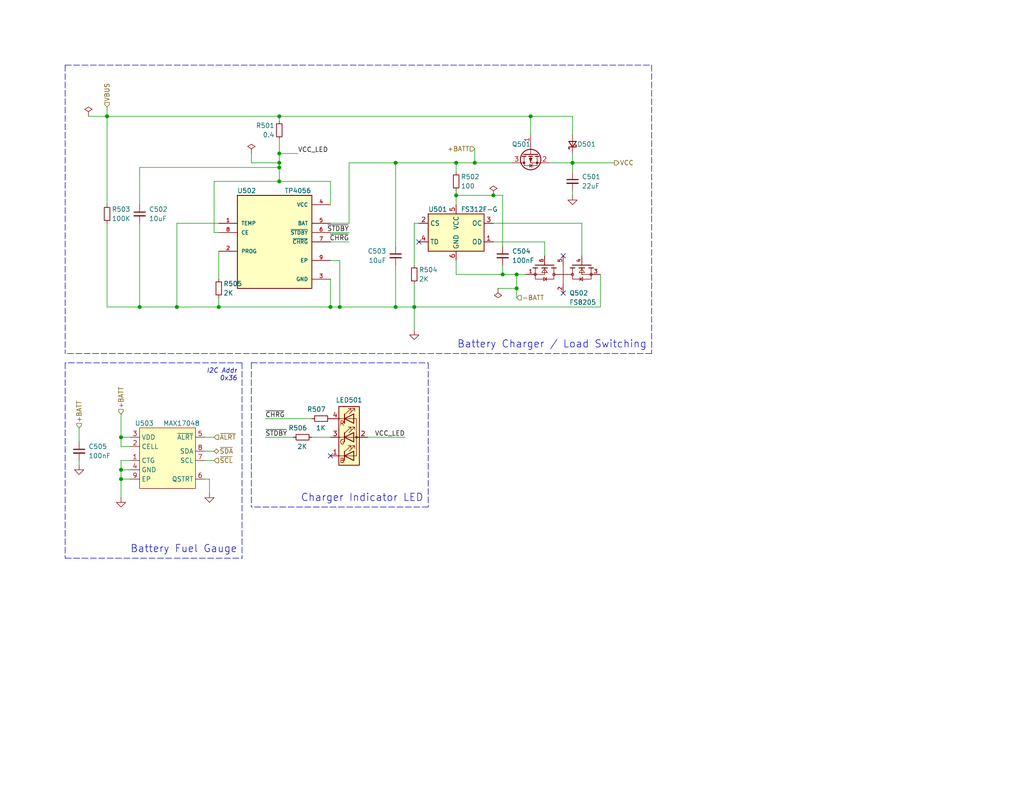
<source format=kicad_sch>
(kicad_sch (version 20230121) (generator eeschema)
  (paper "USLetter")
  (title_block (title "Battery Management") (date "2023-02-08") (rev "A") (company "Joshua Butler, MD, MHI"))
  (lib_symbols
    (symbol "Device:C_Small" (pin_numbers hide) (pin_names (offset 0.254) hide)
      (property "Reference" "C" (at 0.254 1.778 0))
      (property "Value" "C_Small" (at 0.254 -2.032 0))
      (symbol "C_Small_0_1"
        (polyline (pts (xy -1.524 -0.508) (xy 1.524 -0.508)) (stroke (width 0.3302)))
        (polyline (pts (xy -1.524 0.508) (xy 1.524 0.508)) (stroke (width 0.3048)))
      )
      (symbol "C_Small_1_1"
        (pin passive line (at 0 2.54 270) (length 2.032) (name "~") (number "1"))
        (pin passive line (at 0 -2.54 90) (length 2.032) (name "~") (number "2"))
      )
    )
    (symbol "Device:D_Schottky_Small" (pin_numbers hide) (pin_names (offset 0.254) hide)
      (property "Reference" "D" (at -1.27 2.032 0))
      (property "Value" "D_Schottky_Small" (at -7.112 -2.032 0))
      (symbol "D_Schottky_Small_0_1"
        (polyline (pts (xy -0.762 0) (xy 0.762 0)))
        (polyline (pts (xy 0.762 -1.016) (xy -0.762 0) (xy 0.762 1.016) (xy 0.762 -1.016)) (stroke (width 0.254)))
        (polyline (pts (xy -1.27 0.762) (xy -1.27 1.016) (xy -0.762 1.016) (xy -0.762 -1.016) (xy -0.254 -1.016) (xy -0.254 -0.762)) (stroke (width 0.254)))
      )
      (symbol "D_Schottky_Small_1_1"
        (pin passive line (at -2.54 0 0) (length 1.778) (name "K") (number "1"))
        (pin passive line (at 2.54 0 180) (length 1.778) (name "A") (number "2"))
      )
    )
    (symbol "Device:LED_BAGR" (pin_names (offset 0) hide)
      (property "Reference" "D" (at 0 9.398 0))
      (property "Value" "LED_BAGR" (at 0 -8.89 0))
      (symbol "LED_BAGR_0_0"
        (text "B" (at -1.905 -6.35 0) (effects (font (size 1.27 1.27))))
        (text "G" (at -1.905 -1.27 0) (effects (font (size 1.27 1.27))))
        (text "R" (at -1.905 3.81 0) (effects (font (size 1.27 1.27))))
      )
      (symbol "LED_BAGR_0_1"
        (polyline (pts (xy -1.27 -5.08) (xy -2.54 -5.08)))
        (polyline (pts (xy -1.27 -5.08) (xy 1.27 -5.08)))
        (polyline (pts (xy -1.27 -3.81) (xy -1.27 -6.35)) (stroke (width 0.254)))
        (polyline (pts (xy -1.27 0) (xy -2.54 0)))
        (polyline (pts (xy -1.27 1.27) (xy -1.27 -1.27)) (stroke (width 0.254)))
        (polyline (pts (xy -1.27 5.08) (xy -2.54 5.08)))
        (polyline (pts (xy -1.27 5.08) (xy 1.27 5.08)))
        (polyline (pts (xy -1.27 6.35) (xy -1.27 3.81)) (stroke (width 0.254)))
        (polyline (pts (xy 1.27 0) (xy -1.27 0)))
        (polyline (pts (xy 1.27 0) (xy 2.54 0)))
        (polyline (pts (xy -1.27 1.27) (xy -1.27 -1.27) (xy -1.27 -1.27)))
        (polyline (pts (xy -1.27 6.35) (xy -1.27 3.81) (xy -1.27 3.81)))
        (polyline (pts (xy 1.27 -5.08) (xy 2.032 -5.08) (xy 2.032 5.08) (xy 1.27 5.08)))
        (polyline (pts (xy 1.27 -3.81) (xy 1.27 -6.35) (xy -1.27 -5.08) (xy 1.27 -3.81)) (stroke (width 0.254)))
        (polyline (pts (xy 1.27 1.27) (xy 1.27 -1.27) (xy -1.27 0) (xy 1.27 1.27)) (stroke (width 0.254)))
        (polyline (pts (xy 1.27 6.35) (xy 1.27 3.81) (xy -1.27 5.08) (xy 1.27 6.35)) (stroke (width 0.254)))
        (polyline (pts (xy -1.016 -3.81) (xy 0.508 -2.286) (xy -0.254 -2.286) (xy 0.508 -2.286) (xy 0.508 -3.048)))
        (polyline (pts (xy -1.016 1.27) (xy 0.508 2.794) (xy -0.254 2.794) (xy 0.508 2.794) (xy 0.508 2.032)))
        (polyline (pts (xy -1.016 6.35) (xy 0.508 7.874) (xy -0.254 7.874) (xy 0.508 7.874) (xy 0.508 7.112)))
        (polyline (pts (xy 0 -3.81) (xy 1.524 -2.286) (xy 0.762 -2.286) (xy 1.524 -2.286) (xy 1.524 -3.048)))
        (polyline (pts (xy 0 1.27) (xy 1.524 2.794) (xy 0.762 2.794) (xy 1.524 2.794) (xy 1.524 2.032)))
        (polyline (pts (xy 0 6.35) (xy 1.524 7.874) (xy 0.762 7.874) (xy 1.524 7.874) (xy 1.524 7.112)))
        (rectangle (start 1.27 -1.27) (end 1.27 1.27))
        (rectangle (start 1.27 1.27) (end 1.27 1.27))
        (rectangle (start 1.27 3.81) (end 1.27 6.35))
        (rectangle (start 1.27 6.35) (end 1.27 6.35))
        (circle (center 2.032 0) (radius 0.254) (fill (type outline)))
        (rectangle (start 2.794 8.382) (end -2.794 -7.62) (stroke (width 0.254)) (fill (type background)))
      )
      (symbol "LED_BAGR_1_1"
        (pin passive line (at -5.08 -5.08 0) (length 2.54) (name "BK") (number "1"))
        (pin passive line (at 5.08 0 180) (length 2.54) (name "A") (number "2"))
        (pin passive line (at -5.08 0 0) (length 2.54) (name "GK") (number "3"))
        (pin passive line (at -5.08 5.08 0) (length 2.54) (name "RK") (number "4"))
      )
    )
    (symbol "Device:R_Small" (pin_numbers hide) (pin_names (offset 0.254) hide)
      (property "Reference" "R" (at 0.762 0.508 0))
      (property "Value" "R_Small" (at 0.762 -1.016 0))
      (symbol "R_Small_0_1"
        (rectangle (start -0.762 1.778) (end 0.762 -1.778) (stroke (width 0.2032)))
      )
      (symbol "R_Small_1_1"
        (pin passive line (at 0 2.54 270) (length 0.762) (name "~") (number "1"))
        (pin passive line (at 0 -2.54 90) (length 0.762) (name "~") (number "2"))
      )
    )
    (symbol "Transistor_FET:AO3401A" (pin_names hide)
      (property "Reference" "Q" (at 5.08 1.905 0))
      (property "Value" "AO3401A" (at 5.08 0 0))
      (symbol "AO3401A_0_1"
        (polyline (pts (xy 0.254 0) (xy -2.54 0)))
        (polyline (pts (xy 0.254 1.905) (xy 0.254 -1.905)) (stroke (width 0.254)))
        (polyline (pts (xy 0.762 -1.27) (xy 0.762 -2.286)) (stroke (width 0.254)))
        (polyline (pts (xy 0.762 0.508) (xy 0.762 -0.508)) (stroke (width 0.254)))
        (polyline (pts (xy 0.762 2.286) (xy 0.762 1.27)) (stroke (width 0.254)))
        (polyline (pts (xy 2.54 2.54) (xy 2.54 1.778)))
        (polyline (pts (xy 2.54 -2.54) (xy 2.54 0) (xy 0.762 0)))
        (polyline (pts (xy 0.762 1.778) (xy 3.302 1.778) (xy 3.302 -1.778) (xy 0.762 -1.778)))
        (polyline (pts (xy 2.286 0) (xy 1.27 0.381) (xy 1.27 -0.381) (xy 2.286 0)) (fill (type outline)))
        (polyline (pts (xy 2.794 -0.508) (xy 2.921 -0.381) (xy 3.683 -0.381) (xy 3.81 -0.254)))
        (polyline (pts (xy 3.302 -0.381) (xy 2.921 0.254) (xy 3.683 0.254) (xy 3.302 -0.381)))
        (circle (center 1.651 0) (radius 2.794) (stroke (width 0.254)))
        (circle (center 2.54 -1.778) (radius 0.254) (fill (type outline)))
        (circle (center 2.54 1.778) (radius 0.254) (fill (type outline)))
      )
      (symbol "AO3401A_1_1"
        (pin input line (at -5.08 0 0) (length 2.54) (name "G") (number "1"))
        (pin passive line (at 2.54 -5.08 90) (length 2.54) (name "S") (number "2"))
        (pin passive line (at 2.54 5.08 270) (length 2.54) (name "D") (number "3"))
      )
    )
    (symbol "User Symbols:FS312F-G"
      (property "Reference" "U" (at -7.62 6.35 0))
      (property "Value" "FS312F-G" (at 1.27 6.35 0))
      (symbol "FS312F-G_0_1"
        (rectangle (start -7.62 5.08) (end 7.62 -5.08) (stroke (width 0.254)) (fill (type background)))
      )
      (symbol "FS312F-G_1_1"
        (pin output line (at 10.16 -2.54 180) (length 2.54) (name "OD") (number "1"))
        (pin input line (at -10.16 2.54 0) (length 2.54) (name "CS") (number "2"))
        (pin output line (at 10.16 2.54 180) (length 2.54) (name "OC") (number "3"))
        (pin passive line (at -10.16 -2.54 0) (length 2.54) (name "TD") (number "4"))
        (pin power_in line (at 0 7.62 270) (length 2.54) (name "VCC") (number "5"))
        (pin power_in line (at 0 -7.62 90) (length 2.54) (name "GND") (number "6"))
      )
    )
    (symbol "User Symbols:FS8205" (pin_names (offset 1.016) hide)
      (property "Reference" "Q" (at 2.54 2.286 0))
      (property "Value" "FS8205" (at 2.54 -3.81 0))
      (symbol "FS8205_0_0"
        (circle (center 0 -7.62) (radius 0.3556))
        (circle (center 0 -2.54) (radius 0.3556))
        (polyline (pts (xy -2.54 -2.54) (xy -2.54 -7.62)) (stroke (width 0.254)))
        (polyline (pts (xy -2.54 0) (xy 0 0)) (stroke (width 0.1524)))
        (polyline (pts (xy -2.54 2.54) (xy -2.54 7.62)) (stroke (width 0.254)))
        (polyline (pts (xy -1.778 -7.62) (xy -1.778 -8.255)) (stroke (width 0.254)))
        (polyline (pts (xy -1.778 -6.985) (xy -1.778 -7.62)) (stroke (width 0.254)))
        (polyline (pts (xy -1.778 -5.08) (xy -1.778 -5.842)) (stroke (width 0.254)))
        (polyline (pts (xy -1.778 -5.08) (xy 0 -5.08)) (stroke (width 0.1524)))
        (polyline (pts (xy -1.778 -4.318) (xy -1.778 -5.08)) (stroke (width 0.254)))
        (polyline (pts (xy -1.778 -2.54) (xy -1.778 -3.175)) (stroke (width 0.254)))
        (polyline (pts (xy -1.778 -2.54) (xy 0 -2.54)) (stroke (width 0.1524)))
        (polyline (pts (xy -1.778 -1.905) (xy -1.778 -2.54)) (stroke (width 0.254)))
        (polyline (pts (xy -1.778 1.905) (xy -1.778 2.54)) (stroke (width 0.254)))
        (polyline (pts (xy -1.778 2.54) (xy -1.778 3.175)) (stroke (width 0.254)))
        (polyline (pts (xy -1.778 2.54) (xy 0 2.54)) (stroke (width 0.1524)))
        (polyline (pts (xy -1.778 4.318) (xy -1.778 5.08)) (stroke (width 0.254)))
        (polyline (pts (xy -1.778 5.08) (xy -1.778 5.842)) (stroke (width 0.254)))
        (polyline (pts (xy -1.778 5.08) (xy 0 5.08)) (stroke (width 0.1524)))
        (polyline (pts (xy -1.778 6.985) (xy -1.778 7.62)) (stroke (width 0.254)))
        (polyline (pts (xy -1.778 7.62) (xy -1.778 8.255)) (stroke (width 0.254)))
        (polyline (pts (xy 0 -7.62) (xy -1.778 -7.62)) (stroke (width 0.1524)))
        (polyline (pts (xy 0 -7.62) (xy 1.27 -7.62)) (stroke (width 0.1524)))
        (polyline (pts (xy 0 -5.08) (xy 0 -7.62)) (stroke (width 0.1524)))
        (polyline (pts (xy 0 -2.54) (xy 1.27 -2.54)) (stroke (width 0.1524)))
        (polyline (pts (xy 0 0) (xy 0 -2.54)) (stroke (width 0.1778)))
        (polyline (pts (xy 0 2.54) (xy 0 0)) (stroke (width 0.1778)))
        (polyline (pts (xy 0 2.54) (xy 1.27 2.54)) (stroke (width 0.1524)))
        (polyline (pts (xy 0 5.08) (xy 0 7.62)) (stroke (width 0.1524)))
        (polyline (pts (xy 0 7.62) (xy -1.778 7.62)) (stroke (width 0.1524)))
        (polyline (pts (xy 0 7.62) (xy 1.27 7.62)) (stroke (width 0.1524)))
        (polyline (pts (xy 1.27 -4.572) (xy 0.762 -4.572)) (stroke (width 0.1524)))
        (polyline (pts (xy 1.27 -4.572) (xy 1.27 -7.62)) (stroke (width 0.1524)))
        (polyline (pts (xy 1.27 -2.54) (xy 1.27 -4.572)) (stroke (width 0.1524)))
        (polyline (pts (xy 1.27 2.54) (xy 1.27 4.572)) (stroke (width 0.1524)))
        (polyline (pts (xy 1.27 4.572) (xy 0.762 4.572)) (stroke (width 0.1524)))
        (polyline (pts (xy 1.27 4.572) (xy 1.27 7.62)) (stroke (width 0.1524)))
        (polyline (pts (xy 1.778 -4.572) (xy 1.27 -4.572)) (stroke (width 0.1524)))
        (polyline (pts (xy 1.778 4.572) (xy 1.27 4.572)) (stroke (width 0.1524)))
        (polyline (pts (xy -1.524 -5.08) (xy -0.508 -4.318) (xy -0.508 -5.842) (xy -1.524 -5.08)) (stroke (width 0.1524)) (fill (type background)))
        (polyline (pts (xy -1.524 5.08) (xy -0.508 4.318) (xy -0.508 5.842) (xy -1.524 5.08)) (stroke (width 0.1524)) (fill (type background)))
        (polyline (pts (xy 1.27 -4.572) (xy 0.762 -5.334) (xy 1.778 -5.334) (xy 1.27 -4.572)) (stroke (width 0.1524)) (fill (type background)))
        (polyline (pts (xy 1.27 4.572) (xy 0.762 5.334) (xy 1.778 5.334) (xy 1.27 4.572)) (stroke (width 0.1524)) (fill (type background)))
        (circle (center 0 2.54) (radius 0.3556))
        (circle (center 0 7.62) (radius 0.3556))
        (pin passive line (at 0 -10.16 90) (length 2.54) (name "~") (number "1"))
        (pin passive line (at 5.08 0 180) (length 2.54) (name "~") (number "2"))
        (pin passive line (at 0 10.16 270) (length 2.54) (name "~") (number "3"))
        (pin passive line (at -5.08 5.08 0) (length 2.54) (name "~") (number "4"))
        (pin passive line (at -5.08 0 0) (length 2.54) (name "~") (number "5"))
        (pin passive line (at -5.08 -5.08 0) (length 2.54) (name "~") (number "6"))
      )
      (symbol "FS8205_0_1"
        (polyline (pts (xy 0 0) (xy 2.54 0)))
      )
    )
    (symbol "User Symbols:MAX17048"
      (property "Reference" "U" (at -6.35 8.89 0))
      (property "Value" "MAX17048" (at 3.81 8.89 0))
      (symbol "MAX17048_0_1"
        (rectangle (start -7.62 7.62) (end 7.62 -8.89) (fill (type background)))
      )
      (symbol "MAX17048_1_1"
        (pin power_in line (at -10.16 -1.27 0) (length 2.54) (name "CTG") (number "1"))
        (pin power_in line (at -10.16 2.54 0) (length 2.54) (name "CELL") (number "2"))
        (pin power_in line (at -10.16 5.08 0) (length 2.54) (name "VDD") (number "3"))
        (pin power_in line (at -10.16 -3.81 0) (length 2.54) (name "GND") (number "4"))
        (pin output line (at 10.16 5.08 180) (length 2.54) (name "~{ALRT}") (number "5"))
        (pin input line (at 10.16 -6.35 180) (length 2.54) (name "QSTRT") (number "6"))
        (pin input line (at 10.16 -1.27 180) (length 2.54) (name "SCL") (number "7"))
        (pin bidirectional line (at 10.16 1.27 180) (length 2.54) (name "SDA") (number "8"))
        (pin power_in line (at -10.16 -6.35 0) (length 2.54) (name "EP") (number "9"))
      )
    )
    (symbol "User Symbols:TP4056" (pin_names (offset 1.016))
      (property "Reference" "U" (at -10.16 13.208 0))
      (property "Value" "TP4056" (at -10.16 -15.24 0))
      (symbol "TP4056_0_0"
        (rectangle (start -10.16 -12.7) (end 10.16 12.7) (stroke (width 0.254)) (fill (type background)))
        (pin input line (at -15.24 5.08 0) (length 5.08) (name "TEMP") (number "1"))
        (pin bidirectional line (at -15.24 -2.54 0) (length 5.08) (name "PROG") (number "2"))
        (pin power_in line (at 15.24 -10.16 180) (length 5.08) (name "GND") (number "3"))
        (pin power_in line (at 15.24 10.16 180) (length 5.08) (name "VCC") (number "4"))
        (pin output line (at 15.24 5.08 180) (length 5.08) (name "BAT") (number "5"))
        (pin output line (at 15.24 2.54 180) (length 5.08) (name "~{STDBY}") (number "6"))
        (pin output line (at 15.24 0 180) (length 5.08) (name "~{CHRG}") (number "7"))
        (pin input line (at -15.24 2.54 0) (length 5.08) (name "CE") (number "8"))
        (pin passive line (at 15.24 -5.08 180) (length 5.08) (name "EP") (number "9"))
      )
    )
    (symbol "power:GND" (power) (pin_names (offset 0))
      (property "Value" "GND" (at 0 -3.81 0))
      (symbol "GND_0_1"
        (polyline (pts (xy 0 0) (xy 0 -1.27) (xy 1.27 -1.27) (xy 0 -2.54) (xy -1.27 -1.27) (xy 0 -1.27)))
      )
      (symbol "GND_1_1"
        (pin power_in line (at 0 0 270) (length 0) hide (name "GND") (number "1"))
      )
    )
    (symbol "power:PWR_FLAG" (power) (pin_numbers hide) (pin_names (offset 0) hide)
      (property "Value" "PWR_FLAG" (at 0 3.81 0))
      (symbol "PWR_FLAG_0_0"
        (pin power_out line (at 0 0 90) (length 0) (name "pwr") (number "1"))
      )
      (symbol "PWR_FLAG_0_1"
        (polyline (pts (xy 0 0) (xy 0 1.27) (xy -1.016 1.905) (xy 0 2.54) (xy 1.016 1.905) (xy 0 1.27)))
      )
    )
  )
  (junction (at 124.46 53.34))
  (junction (at 92.71 83.82))
  (junction (at 33.02 128.27))
  (junction (at 76.2 45.72))
  (junction (at 144.78 31.75))
  (junction (at 113.03 83.82))
  (junction (at 156.21 44.45))
  (junction (at 134.62 53.34))
  (junction (at 137.16 74.93))
  (junction (at 59.69 83.82))
  (junction (at 129.54 44.45))
  (junction (at 107.95 83.82))
  (junction (at 107.95 44.45))
  (junction (at 140.97 78.74))
  (junction (at 76.2 44.45))
  (junction (at 90.17 83.82))
  (junction (at 38.1 83.82))
  (junction (at 48.26 83.82))
  (junction (at 76.2 49.53))
  (junction (at 76.2 41.91))
  (junction (at 76.2 31.75))
  (junction (at 33.02 119.38))
  (junction (at 124.46 44.45))
  (junction (at 29.21 31.75))
  (junction (at 33.02 130.81))
  (junction (at 140.97 74.93))
  (no_connect (at 114.3 66.04))
  (no_connect (at 90.17 124.46))
  (no_connect (at 153.67 69.85))
  (no_connect (at 153.67 80.01))
  (wire (pts (xy 21.59 125.73) (xy 21.59 127)))
  (wire (pts (xy 113.03 83.82) (xy 113.03 90.17)))
  (wire (pts (xy 68.58 44.45) (xy 76.2 44.45)))
  (wire (pts (xy 33.02 113.03) (xy 33.02 119.38)))
  (wire (pts (xy 55.88 123.19) (xy 58.42 123.19)))
  (wire (pts (xy 90.17 76.2) (xy 90.17 83.82)))
  (wire (pts (xy 92.71 83.82) (xy 107.95 83.82)))
  (wire (pts (xy 76.2 38.1) (xy 76.2 41.91)))
  (wire (pts (xy 113.03 60.96) (xy 114.3 60.96)))
  (wire (pts (xy 107.95 72.39) (xy 107.95 83.82)))
  (wire (pts (xy 38.1 45.72) (xy 76.2 45.72)))
  (polyline (pts (xy 177.8 96.52) (xy 17.78 96.52)) (stroke (width 0) (type dash)))
  (wire (pts (xy 124.46 44.45) (xy 129.54 44.45)))
  (wire (pts (xy 113.03 77.47) (xy 113.03 83.82)))
  (wire (pts (xy 90.17 49.53) (xy 76.2 49.53)))
  (polyline (pts (xy 17.78 17.78) (xy 17.78 96.52)) (stroke (width 0) (type dash)))
  (wire (pts (xy 90.17 63.5) (xy 95.25 63.5)))
  (wire (pts (xy 35.56 119.38) (xy 33.02 119.38)))
  (wire (pts (xy 95.25 44.45) (xy 107.95 44.45)))
  (wire (pts (xy 76.2 41.91) (xy 76.2 44.45)))
  (wire (pts (xy 58.42 63.5) (xy 58.42 49.53)))
  (wire (pts (xy 33.02 121.92) (xy 33.02 119.38)))
  (wire (pts (xy 90.17 83.82) (xy 92.71 83.82)))
  (wire (pts (xy 57.15 130.81) (xy 57.15 134.62)))
  (wire (pts (xy 107.95 44.45) (xy 107.95 67.31)))
  (wire (pts (xy 59.69 81.28) (xy 59.69 83.82)))
  (wire (pts (xy 90.17 55.88) (xy 90.17 49.53)))
  (wire (pts (xy 58.42 63.5) (xy 59.69 63.5)))
  (polyline (pts (xy 177.8 17.78) (xy 177.8 96.52)) (stroke (width 0) (type dash)))
  (wire (pts (xy 137.16 72.39) (xy 137.16 74.93)))
  (wire (pts (xy 29.21 83.82) (xy 38.1 83.82)))
  (polyline (pts (xy 68.58 99.06) (xy 68.58 138.43)) (stroke (width 0) (type dash)))
  (wire (pts (xy 92.71 71.12) (xy 92.71 83.82)))
  (wire (pts (xy 90.17 71.12) (xy 92.71 71.12)))
  (wire (pts (xy 29.21 29.21) (xy 29.21 31.75)))
  (polyline (pts (xy 66.04 99.06) (xy 17.78 99.06)) (stroke (width 0) (type dash)))
  (wire (pts (xy 124.46 52.07) (xy 124.46 53.34)))
  (wire (pts (xy 76.2 45.72) (xy 76.2 49.53)))
  (wire (pts (xy 124.46 44.45) (xy 124.46 46.99)))
  (wire (pts (xy 48.26 60.96) (xy 48.26 83.82)))
  (wire (pts (xy 158.75 69.85) (xy 158.75 60.96)))
  (wire (pts (xy 95.25 44.45) (xy 95.25 60.96)))
  (wire (pts (xy 107.95 44.45) (xy 124.46 44.45)))
  (wire (pts (xy 59.69 83.82) (xy 90.17 83.82)))
  (wire (pts (xy 72.39 114.3) (xy 85.09 114.3)))
  (wire (pts (xy 156.21 52.07) (xy 156.21 53.34)))
  (polyline (pts (xy 17.78 17.78) (xy 177.8 17.78)) (stroke (width 0) (type dash)))
  (wire (pts (xy 33.02 130.81) (xy 33.02 135.89)))
  (wire (pts (xy 124.46 53.34) (xy 124.46 55.88)))
  (wire (pts (xy 156.21 44.45) (xy 167.64 44.45)))
  (polyline (pts (xy 17.78 152.4) (xy 66.04 152.4)) (stroke (width 0) (type dash)))
  (wire (pts (xy 100.33 119.38) (xy 110.49 119.38)))
  (wire (pts (xy 35.56 125.73) (xy 33.02 125.73)))
  (wire (pts (xy 76.2 31.75) (xy 76.2 33.02)))
  (wire (pts (xy 35.56 121.92) (xy 33.02 121.92)))
  (wire (pts (xy 48.26 60.96) (xy 59.69 60.96)))
  (wire (pts (xy 85.09 119.38) (xy 90.17 119.38)))
  (wire (pts (xy 124.46 74.93) (xy 137.16 74.93)))
  (wire (pts (xy 148.59 66.04) (xy 134.62 66.04)))
  (wire (pts (xy 137.16 67.31) (xy 137.16 53.34)))
  (wire (pts (xy 135.89 78.74) (xy 140.97 78.74)))
  (wire (pts (xy 38.1 55.88) (xy 38.1 45.72)))
  (wire (pts (xy 134.62 53.34) (xy 137.16 53.34)))
  (wire (pts (xy 33.02 128.27) (xy 33.02 130.81)))
  (wire (pts (xy 140.97 74.93) (xy 140.97 78.74)))
  (wire (pts (xy 55.88 125.73) (xy 58.42 125.73)))
  (wire (pts (xy 68.58 41.91) (xy 68.58 44.45)))
  (wire (pts (xy 29.21 31.75) (xy 76.2 31.75)))
  (wire (pts (xy 76.2 31.75) (xy 144.78 31.75)))
  (wire (pts (xy 55.88 130.81) (xy 57.15 130.81)))
  (polyline (pts (xy 66.04 99.06) (xy 66.04 152.4)) (stroke (width 0) (type dash)))
  (wire (pts (xy 149.86 44.45) (xy 156.21 44.45)))
  (wire (pts (xy 24.13 31.75) (xy 29.21 31.75)))
  (wire (pts (xy 35.56 128.27) (xy 33.02 128.27)))
  (wire (pts (xy 129.54 44.45) (xy 129.54 40.64)))
  (wire (pts (xy 163.83 74.93) (xy 163.83 83.82)))
  (wire (pts (xy 48.26 83.82) (xy 59.69 83.82)))
  (wire (pts (xy 144.78 31.75) (xy 144.78 36.83)))
  (wire (pts (xy 144.78 31.75) (xy 156.21 31.75)))
  (wire (pts (xy 124.46 53.34) (xy 134.62 53.34)))
  (wire (pts (xy 38.1 60.96) (xy 38.1 83.82)))
  (wire (pts (xy 90.17 66.04) (xy 95.25 66.04)))
  (wire (pts (xy 76.2 44.45) (xy 76.2 45.72)))
  (wire (pts (xy 140.97 74.93) (xy 143.51 74.93)))
  (wire (pts (xy 76.2 41.91) (xy 81.28 41.91)))
  (wire (pts (xy 58.42 49.53) (xy 76.2 49.53)))
  (wire (pts (xy 156.21 31.75) (xy 156.21 36.83)))
  (wire (pts (xy 29.21 60.96) (xy 29.21 83.82)))
  (wire (pts (xy 35.56 130.81) (xy 33.02 130.81)))
  (wire (pts (xy 156.21 41.91) (xy 156.21 44.45)))
  (wire (pts (xy 124.46 71.12) (xy 124.46 74.93)))
  (wire (pts (xy 21.59 116.84) (xy 21.59 120.65)))
  (wire (pts (xy 156.21 44.45) (xy 156.21 46.99)))
  (wire (pts (xy 107.95 83.82) (xy 113.03 83.82)))
  (wire (pts (xy 140.97 78.74) (xy 140.97 81.28)))
  (wire (pts (xy 72.39 119.38) (xy 80.01 119.38)))
  (wire (pts (xy 148.59 69.85) (xy 148.59 66.04)))
  (wire (pts (xy 129.54 44.45) (xy 139.7 44.45)))
  (wire (pts (xy 137.16 74.93) (xy 140.97 74.93)))
  (wire (pts (xy 29.21 31.75) (xy 29.21 55.88)))
  (wire (pts (xy 38.1 83.82) (xy 48.26 83.82)))
  (wire (pts (xy 59.69 68.58) (xy 59.69 76.2)))
  (polyline (pts (xy 17.78 99.06) (xy 17.78 152.4)) (stroke (width 0) (type dash)))
  (wire (pts (xy 33.02 125.73) (xy 33.02 128.27)))
  (polyline (pts (xy 116.84 138.43) (xy 68.58 138.43)) (stroke (width 0) (type dash)))
  (wire (pts (xy 113.03 83.82) (xy 163.83 83.82)))
  (polyline (pts (xy 68.58 99.06) (xy 116.84 99.06)) (stroke (width 0) (type dash)))
  (wire (pts (xy 90.17 60.96) (xy 95.25 60.96)))
  (wire (pts (xy 55.88 119.38) (xy 58.42 119.38)))
  (wire (pts (xy 158.75 60.96) (xy 134.62 60.96)))
  (polyline (pts (xy 116.84 99.06) (xy 116.84 138.43)) (stroke (width 0) (type dash)))
  (wire (pts (xy 113.03 72.39) (xy 113.03 60.96)))
  (text "Battery Charger / Load Switching" (at 176.53 95.25 0) (effects (font (size 2 2)) (justify right bottom)))
  (text "I2C Addr\n0x36" (at 64.77 104.14 0) (effects (font (size 1.27 1.27) italic) (justify right bottom)))
  (text "Charger Indicator LED" (at 115.57 137.16 0) (effects (font (size 2 2)) (justify right bottom)))
  (text "Battery Fuel Gauge" (at 64.77 151.13 0) (effects (font (size 2 2)) (justify right bottom)))
  (label "~{CHRG}" (at 72.39 114.3 0))
  (label "~{STDBY}" (at 72.39 119.38 0))
  (label "~{STDBY}" (at 95.25 63.5 180))
  (label "VCC_LED" (at 81.28 41.91 0))
  (label "VCC_LED" (at 110.49 119.38 180))
  (label "~{CHRG}" (at 95.25 66.04 180))
  (hierarchical_label "+BATT" (shape input) (at 129.54 40.64 180))
  (hierarchical_label "+BATT" (shape input) (at 21.59 116.84 90))
  (hierarchical_label "VBUS" (shape input) (at 29.21 29.21 90))
  (hierarchical_label "~{SCL}" (shape input) (at 58.42 125.73 0))
  (hierarchical_label "~{SDA}" (shape bidirectional) (at 58.42 123.19 0))
  (hierarchical_label "+BATT" (shape input) (at 33.02 113.03 90))
  (hierarchical_label "~{ALRT}" (shape input) (at 58.42 119.38 0))
  (hierarchical_label "VCC" (shape output) (at 167.64 44.45 0))
  (hierarchical_label "-BATT" (shape input) (at 140.97 81.28 0))
  (symbol (lib_id "Device:C_Small") (at 38.1 58.42 0) (unit 1)
    (property "Reference" "C502" (at 40.64 57.15 0) (effects (justify left)))
    (property "Value" "10uF" (at 40.64 59.69 0) (effects (justify left)))
    (property "Footprint" "Capacitor_SMD:C_0805_2012Metric" (effects hide))
    (property "LCSC" "C15850" (effects hide))
  )
  (symbol (lib_id "power:GND") (at 21.59 127 0) (unit 1)
    (property "Reference" "#PWR0503" (effects hide))
    (property "Value" "GND" (effects hide))
  )
  (symbol (lib_id "power:GND") (at 57.15 134.62 0) (unit 1)
    (property "Reference" "#PWR0504" (effects hide))
    (property "Value" "GND" (effects hide))
  )
  (symbol (lib_id "Device:C_Small") (at 107.95 69.85 0) (mirror y) (unit 1)
    (property "Reference" "C503" (at 105.41 68.58 0) (effects (justify left)))
    (property "Value" "10uF" (at 105.41 71.12 0) (effects (justify left)))
    (property "Footprint" "Capacitor_SMD:C_0805_2012Metric" (effects hide))
    (property "LCSC" "C15850" (effects hide))
  )
  (symbol (lib_id "Device:R_Small") (at 113.03 74.93 0) (unit 1)
    (property "Reference" "R504" (at 114.3 73.66 0) (effects (justify left)))
    (property "Value" "2K" (at 114.3 76.2 0) (effects (justify left)))
    (property "Footprint" "Resistor_SMD:R_0805_2012Metric" (effects hide))
    (property "LCSC" "C17604" (effects hide))
  )
  (symbol (lib_id "Device:C_Small") (at 156.21 49.53 0) (unit 1)
    (property "Reference" "C501" (at 158.75 48.2662 0) (effects (justify left)))
    (property "Value" "22uF" (at 158.75 50.8062 0) (effects (justify left)))
    (property "Footprint" "Capacitor_SMD:C_0603_1608Metric" (effects hide))
    (property "LCSC" "C59461" (effects hide))
  )
  (symbol (lib_id "Device:D_Schottky_Small") (at 156.21 39.37 90) (unit 1)
    (property "Reference" "D501" (at 157.48 39.37 90) (effects (justify right)))
    (property "Value" "D_Schottky" (effects hide))
    (property "Footprint" "Diode_SMD:D_SMA" (effects hide))
    (property "LCSC" "C2480" (effects hide))
  )
  (symbol (lib_id "power:PWR_FLAG") (at 135.89 78.74 180) (unit 1)
    (property "Reference" "#FLG0504" (effects hide))
    (property "Value" "PWR_FLAG" (effects hide))
  )
  (symbol (lib_id "Transistor_FET:AO3401A") (at 144.78 41.91 90) (mirror x) (unit 1)
    (property "Reference" "Q501" (at 142.24 39.37 90))
    (property "Value" "Q_PMOS_DGS" (effects hide))
    (property "Footprint" "Package_TO_SOT_SMD:SOT-23" (effects hide))
    (property "Datasheet" "http://www.aosmd.com/pdfs/datasheet/AO3401A.pdf" (effects hide))
    (property "LCSC" "C15127" (effects hide))
  )
  (symbol (lib_id "Device:R_Small") (at 76.2 35.56 0) (mirror y) (unit 1)
    (property "Reference" "R501" (at 74.93 34.29 0) (effects (justify left)))
    (property "Value" "0.4" (at 74.93 36.83 0) (effects (justify left)))
    (property "Footprint" "Resistor_SMD:R_1210_3225Metric" (effects hide))
    (property "LCSC" "C270889" (effects hide))
  )
  (symbol (lib_id "User Symbols:FS8205") (at 153.67 74.93 270) (unit 1)
    (property "Reference" "Q502" (at 155.3211 80.01 90) (effects (justify left)))
    (property "Value" "FS8205" (at 155.3211 82.55 90) (effects (justify left)))
    (property "Footprint" "User Custom Footprint:SOT95P280X145-6N" (effects hide))
    (property "Datasheet" "https://datasheet.lcsc.com/lcsc/1810110910_Fortune-Semicon-FS8205_C32254.pdf" (effects hide))
    (property "MAXIMUM_PACKAGE_HEIGHT" "1.45mm" (effects hide))
    (property "MANUFACTURER" "Fortune" (effects hide))
    (property "PARTREV" "1.9" (effects hide))
    (property "STANDARD" "IPC-7351B" (effects hide))
    (property "LCSC" "C2830320" (effects hide))
  )
  (symbol (lib_id "Device:R_Small") (at 82.55 119.38 90) (unit 1)
    (property "Reference" "R506" (at 83.82 116.84 90) (effects (justify left)))
    (property "Value" "2K" (at 83.82 121.92 90) (effects (justify left)))
    (property "Footprint" "Resistor_SMD:R_0805_2012Metric" (effects hide))
    (property "LCSC" "C17604" (effects hide))
  )
  (symbol (lib_id "power:PWR_FLAG") (at 134.62 53.34 0) (unit 1)
    (property "Reference" "#FLG0503" (effects hide))
    (property "Value" "PWR_FLAG" (effects hide))
  )
  (symbol (lib_id "power:GND") (at 156.21 53.34 0) (unit 1)
    (property "Reference" "#PWR0501" (effects hide))
    (property "Value" "GND" (effects hide))
  )
  (symbol (lib_id "Device:R_Small") (at 29.21 58.42 0) (unit 1) (in_bom no)
    (property "Reference" "R503" (at 30.48 57.15 0) (effects (justify left)))
    (property "Value" "100K" (at 30.48 59.69 0) (effects (justify left)))
    (property "Footprint" "Resistor_SMD:R_0805_2012Metric" (effects hide))
    (property "LCSC" "C149504" (effects hide))
    (property "MFR_PART_NBR" "0805W8F1003T5E" (effects hide))
  )
  (symbol (lib_id "Device:R_Small") (at 59.69 78.74 0) (unit 1)
    (property "Reference" "R505" (at 60.96 77.47 0) (effects (justify left)))
    (property "Value" "2K" (at 60.96 80.01 0) (effects (justify left)))
    (property "Footprint" "Resistor_SMD:R_0805_2012Metric" (effects hide))
    (property "LCSC" "C17604" (effects hide))
  )
  (symbol (lib_id "power:PWR_FLAG") (at 68.58 41.91 0) (unit 1)
    (property "Reference" "#FLG0502" (effects hide))
    (property "Value" "PWR_FLAG" (effects hide))
  )
  (symbol (lib_id "Device:C_Small") (at 21.59 123.19 0) (unit 1)
    (property "Reference" "C505" (at 24.13 121.92 0) (effects (justify left)))
    (property "Value" "100nF" (at 24.13 124.46 0) (effects (justify left)))
    (property "Footprint" "Capacitor_SMD:C_0805_2012Metric" (effects hide))
    (property "LCSC" "C49678" (effects hide))
  )
  (symbol (lib_id "User Symbols:MAX17048") (at 45.72 124.46 0) (unit 1)
    (property "Reference" "U503" (at 39.37 115.57 0))
    (property "Value" "MAX17048" (at 49.53 115.57 0))
    (property "Footprint" "User Custom Footprint:MAX17048G&plus_T10" (effects hide))
    (property "Datasheet" "https://datasheets.maximintegrated.com/en/ds/MAX17048-MAX17049.pdf" (effects hide))
    (property "LCSC" "C2682616" (effects hide))
  )
  (symbol (lib_id "Device:R_Small") (at 87.63 114.3 90) (unit 1)
    (property "Reference" "R507" (at 88.9 111.76 90) (effects (justify left)))
    (property "Value" "1K" (at 88.9 116.84 90) (effects (justify left)))
    (property "Footprint" "Resistor_SMD:R_0805_2012Metric" (effects hide))
    (property "LCSC" "C17513" (effects hide))
  )
  (symbol (lib_id "Device:R_Small") (at 124.46 49.53 0) (unit 1)
    (property "Reference" "R502" (at 125.73 48.26 0) (effects (justify left)))
    (property "Value" "100" (at 125.73 50.8 0) (effects (justify left)))
    (property "Footprint" "Resistor_SMD:R_0805_2012Metric" (effects hide))
    (property "LCSC" "C17408" (effects hide))
  )
  (symbol (lib_id "power:GND") (at 113.03 90.17 0) (unit 1)
    (property "Reference" "#PWR0502" (effects hide))
    (property "Value" "GND" (effects hide))
  )
  (symbol (lib_id "User Symbols:FS312F-G") (at 124.46 63.5 0) (unit 1)
    (property "Reference" "U501" (at 116.84 57.15 0) (effects (justify left)))
    (property "Value" "FS312F-G" (at 125.73 57.15 0) (effects (justify left)))
    (property "Footprint" "Package_TO_SOT_SMD:SOT-23-6" (effects hide))
    (property "Datasheet" "https://datasheet.lcsc.com/lcsc/1811151452_Fortune-Semicon-FS312F-G_C82736.pdf" (effects hide))
    (property "LCSC" "C82736" (effects hide))
  )
  (symbol (lib_id "Device:C_Small") (at 137.16 69.85 0) (unit 1)
    (property "Reference" "C504" (at 139.7 68.58 0) (effects (justify left)))
    (property "Value" "100nF" (at 139.7 71.12 0) (effects (justify left)))
    (property "Footprint" "Capacitor_SMD:C_0805_2012Metric" (effects hide))
    (property "LCSC" "C49678" (effects hide))
  )
  (symbol (lib_id "power:PWR_FLAG") (at 24.13 31.75 0) (unit 1)
    (property "Reference" "#FLG0501" (effects hide))
    (property "Value" "PWR_FLAG" (effects hide))
  )
  (symbol (lib_id "Device:LED_BAGR") (at 95.25 119.38 0) (unit 1)
    (property "Reference" "LED501" (at 95.25 109.22 0))
    (property "Value" "LED_RAGB" (effects hide))
    (property "Footprint" "User Custom Footprint:LED-4_1.6x1.6x0.85P" (effects hide))
    (property "LCSC" "C375569" (effects hide))
  )
  (symbol (lib_id "power:GND") (at 33.02 135.89 0) (unit 1)
    (property "Reference" "#PWR0505" (effects hide))
    (property "Value" "GND" (effects hide))
  )
  (symbol (lib_id "User Symbols:TP4056") (at 74.93 66.04 0) (unit 1)
    (property "Reference" "U502" (at 67.31 52.07 0))
    (property "Value" "TP4056" (at 81.28 52.07 0))
    (property "Footprint" "User Custom Footprint:SOP127P600X175-9N" (effects hide))
    (property "Datasheet" "https://www.best-microcontroller-projects.com/support-files/tp4056a.pdf" (effects hide))
    (property "MAXIMUM_PACKAGE_HEIGHT" "1.75mm" (effects hide))
    (property "STANDARD" "IPC 7351B" (effects hide))
    (property "MANUFACTURER" "NanJing Top Power ASIC Corp." (effects hide))
    (property "LCSC" "C16581" (effects hide))
  )
)
</source>
